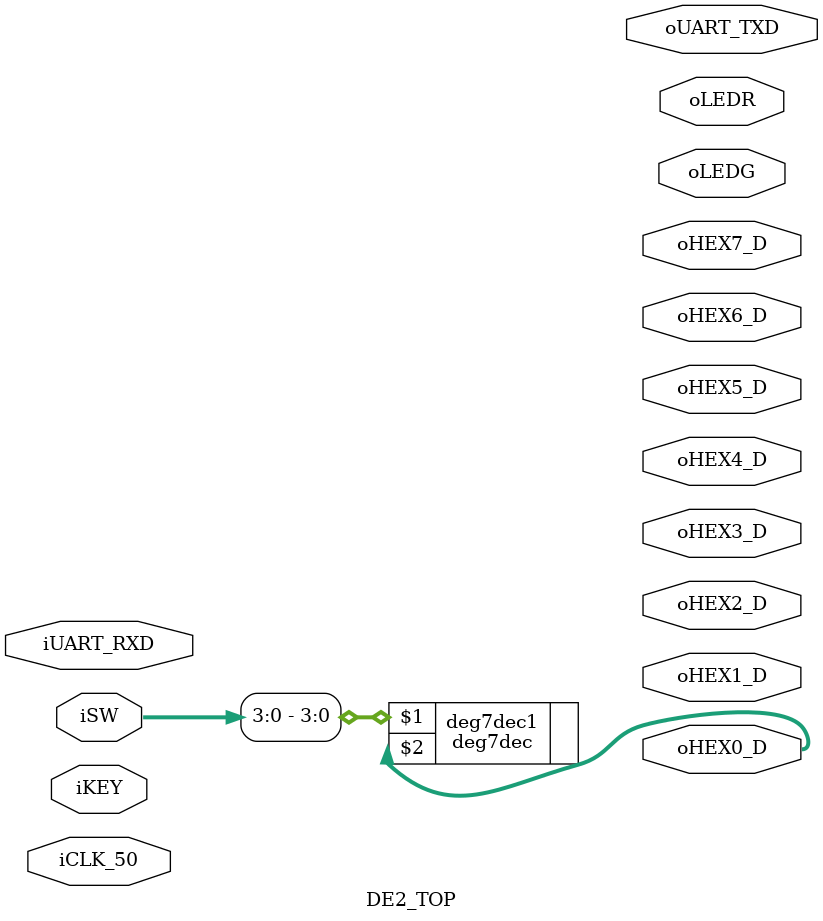
<source format=sv>

module DE2_TOP (
////////////////////////	Clock Input	 	////////////////////////
  input logic	iCLK_50,				//	50 MHz
////////////////////////	Push Button		////////////////////////
  input logic [3:0] iKEY,				//	Pushbutton[3:0]
////////////////////////	DPDT Switch		////////////////////////
  input logic [17:0] iSW,				//	Toggle Switch[17:0]
////////////////////////	7-SEG Dispaly	////////////////////////
  output logic [6:0] oHEX0_D,				//	Seven Segment Digit 0
  output logic [6:0] oHEX1_D,				//	Seven Segment Digit 1
  output logic [6:0] oHEX2_D,				//	Seven Segment Digit 2
  output logic [6:0] oHEX3_D,				//	Seven Segment Digit 3
  output logic [6:0] oHEX4_D,				//	Seven Segment Digit 4
  output logic [6:0] oHEX5_D,				//	Seven Segment Digit 5
  output logic [6:0] oHEX6_D,				//	Seven Segment Digit 6
  output logic [6:0] oHEX7_D,				//	Seven Segment Digit 7
////////////////////////////	LED		////////////////////////////
  output logic [8:0] oLEDG,				//	LED Green[8:0]
  output logic [17:0] oLEDR,				//	LED Red[17:0]
////////////////////////////	UART	////////////////////////////
  output logic oUART_TXD,				//	UART Transmitter
  input logic iUART_RXD					//	UART Receiver
);

//===========================================================================
// PARAMETER declarations
//===========================================================================


///////////////////////////////////////////////////////////////////
//=============================================================================
// REG/WIRE declarations
//=============================================================================



//=============================================================================
// Structural coding
//=============================================================================
	deg7dec	deg7dec1(iSW[3:0],oHEX0_D[6:0]);
endmodule


</source>
